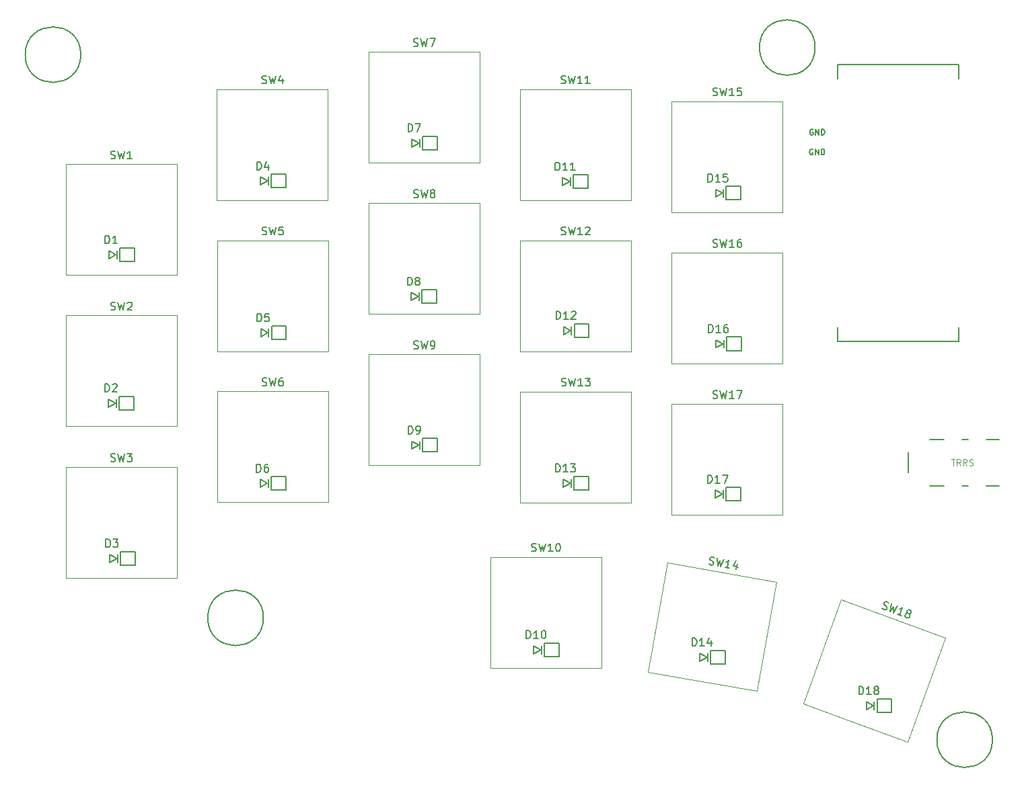
<source format=gbr>
%TF.GenerationSoftware,KiCad,Pcbnew,(6.0.8)*%
%TF.CreationDate,2023-01-31T20:26:13+04:00*%
%TF.ProjectId,keyboard-double_side,6b657962-6f61-4726-942d-646f75626c65,rev?*%
%TF.SameCoordinates,Original*%
%TF.FileFunction,Legend,Top*%
%TF.FilePolarity,Positive*%
%FSLAX46Y46*%
G04 Gerber Fmt 4.6, Leading zero omitted, Abs format (unit mm)*
G04 Created by KiCad (PCBNEW (6.0.8)) date 2023-01-31 20:26:13*
%MOMM*%
%LPD*%
G01*
G04 APERTURE LIST*
%ADD10C,0.150000*%
%ADD11C,0.200000*%
%ADD12C,0.100000*%
%ADD13C,0.120000*%
G04 APERTURE END LIST*
D10*
X174175000Y-70925000D02*
X174175000Y-72725000D01*
D11*
X193675000Y-155975000D02*
G75*
G03*
X193675000Y-155975000I-3500000J0D01*
G01*
D10*
X174150000Y-104000000D02*
X174150000Y-105800000D01*
D11*
X101925000Y-140625000D02*
G75*
G03*
X101925000Y-140625000I-3500000J0D01*
G01*
X171350000Y-68775000D02*
G75*
G03*
X171350000Y-68775000I-3500000J0D01*
G01*
D10*
X189450000Y-72725000D02*
X189450000Y-70925000D01*
X189450000Y-70925000D02*
X174175000Y-70925000D01*
X189425000Y-105800000D02*
X189425000Y-104000000D01*
D11*
X78950000Y-69675000D02*
G75*
G03*
X78950000Y-69675000I-3500000J0D01*
G01*
D10*
X174150000Y-105800000D02*
X189425000Y-105800000D01*
X171091666Y-79100000D02*
X171025000Y-79066666D01*
X170925000Y-79066666D01*
X170825000Y-79100000D01*
X170758333Y-79166666D01*
X170725000Y-79233333D01*
X170691666Y-79366666D01*
X170691666Y-79466666D01*
X170725000Y-79600000D01*
X170758333Y-79666666D01*
X170825000Y-79733333D01*
X170925000Y-79766666D01*
X170991666Y-79766666D01*
X171091666Y-79733333D01*
X171125000Y-79700000D01*
X171125000Y-79466666D01*
X170991666Y-79466666D01*
X171425000Y-79766666D02*
X171425000Y-79066666D01*
X171825000Y-79766666D01*
X171825000Y-79066666D01*
X172158333Y-79766666D02*
X172158333Y-79066666D01*
X172325000Y-79066666D01*
X172425000Y-79100000D01*
X172491666Y-79166666D01*
X172525000Y-79233333D01*
X172558333Y-79366666D01*
X172558333Y-79466666D01*
X172525000Y-79600000D01*
X172491666Y-79666666D01*
X172425000Y-79733333D01*
X172325000Y-79766666D01*
X172158333Y-79766666D01*
X171066666Y-81625000D02*
X171000000Y-81591666D01*
X170900000Y-81591666D01*
X170800000Y-81625000D01*
X170733333Y-81691666D01*
X170700000Y-81758333D01*
X170666666Y-81891666D01*
X170666666Y-81991666D01*
X170700000Y-82125000D01*
X170733333Y-82191666D01*
X170800000Y-82258333D01*
X170900000Y-82291666D01*
X170966666Y-82291666D01*
X171066666Y-82258333D01*
X171100000Y-82225000D01*
X171100000Y-81991666D01*
X170966666Y-81991666D01*
X171400000Y-82291666D02*
X171400000Y-81591666D01*
X171800000Y-82291666D01*
X171800000Y-81591666D01*
X172133333Y-82291666D02*
X172133333Y-81591666D01*
X172300000Y-81591666D01*
X172400000Y-81625000D01*
X172466666Y-81691666D01*
X172500000Y-81758333D01*
X172533333Y-81891666D01*
X172533333Y-81991666D01*
X172500000Y-82125000D01*
X172466666Y-82191666D01*
X172400000Y-82258333D01*
X172300000Y-82291666D01*
X172133333Y-82291666D01*
%TO.C,SW6*%
X101766666Y-111354761D02*
X101909523Y-111402380D01*
X102147619Y-111402380D01*
X102242857Y-111354761D01*
X102290476Y-111307142D01*
X102338095Y-111211904D01*
X102338095Y-111116666D01*
X102290476Y-111021428D01*
X102242857Y-110973809D01*
X102147619Y-110926190D01*
X101957142Y-110878571D01*
X101861904Y-110830952D01*
X101814285Y-110783333D01*
X101766666Y-110688095D01*
X101766666Y-110592857D01*
X101814285Y-110497619D01*
X101861904Y-110450000D01*
X101957142Y-110402380D01*
X102195238Y-110402380D01*
X102338095Y-110450000D01*
X102671428Y-110402380D02*
X102909523Y-111402380D01*
X103100000Y-110688095D01*
X103290476Y-111402380D01*
X103528571Y-110402380D01*
X104338095Y-110402380D02*
X104147619Y-110402380D01*
X104052380Y-110450000D01*
X104004761Y-110497619D01*
X103909523Y-110640476D01*
X103861904Y-110830952D01*
X103861904Y-111211904D01*
X103909523Y-111307142D01*
X103957142Y-111354761D01*
X104052380Y-111402380D01*
X104242857Y-111402380D01*
X104338095Y-111354761D01*
X104385714Y-111307142D01*
X104433333Y-111211904D01*
X104433333Y-110973809D01*
X104385714Y-110878571D01*
X104338095Y-110830952D01*
X104242857Y-110783333D01*
X104052380Y-110783333D01*
X103957142Y-110830952D01*
X103909523Y-110878571D01*
X103861904Y-110973809D01*
%TO.C,SW13*%
X139440476Y-111379761D02*
X139583333Y-111427380D01*
X139821428Y-111427380D01*
X139916666Y-111379761D01*
X139964285Y-111332142D01*
X140011904Y-111236904D01*
X140011904Y-111141666D01*
X139964285Y-111046428D01*
X139916666Y-110998809D01*
X139821428Y-110951190D01*
X139630952Y-110903571D01*
X139535714Y-110855952D01*
X139488095Y-110808333D01*
X139440476Y-110713095D01*
X139440476Y-110617857D01*
X139488095Y-110522619D01*
X139535714Y-110475000D01*
X139630952Y-110427380D01*
X139869047Y-110427380D01*
X140011904Y-110475000D01*
X140345238Y-110427380D02*
X140583333Y-111427380D01*
X140773809Y-110713095D01*
X140964285Y-111427380D01*
X141202380Y-110427380D01*
X142107142Y-111427380D02*
X141535714Y-111427380D01*
X141821428Y-111427380D02*
X141821428Y-110427380D01*
X141726190Y-110570238D01*
X141630952Y-110665476D01*
X141535714Y-110713095D01*
X142440476Y-110427380D02*
X143059523Y-110427380D01*
X142726190Y-110808333D01*
X142869047Y-110808333D01*
X142964285Y-110855952D01*
X143011904Y-110903571D01*
X143059523Y-110998809D01*
X143059523Y-111236904D01*
X143011904Y-111332142D01*
X142964285Y-111379761D01*
X142869047Y-111427380D01*
X142583333Y-111427380D01*
X142488095Y-111379761D01*
X142440476Y-111332142D01*
D11*
%TO.C,D1*%
X82011904Y-93477380D02*
X82011904Y-92477380D01*
X82250000Y-92477380D01*
X82392857Y-92525000D01*
X82488095Y-92620238D01*
X82535714Y-92715476D01*
X82583333Y-92905952D01*
X82583333Y-93048809D01*
X82535714Y-93239285D01*
X82488095Y-93334523D01*
X82392857Y-93429761D01*
X82250000Y-93477380D01*
X82011904Y-93477380D01*
X83535714Y-93477380D02*
X82964285Y-93477380D01*
X83250000Y-93477380D02*
X83250000Y-92477380D01*
X83154761Y-92620238D01*
X83059523Y-92715476D01*
X82964285Y-92763095D01*
D10*
%TO.C,SW9*%
X120843901Y-106701202D02*
X120986758Y-106748821D01*
X121224854Y-106748821D01*
X121320092Y-106701202D01*
X121367711Y-106653583D01*
X121415330Y-106558345D01*
X121415330Y-106463107D01*
X121367711Y-106367869D01*
X121320092Y-106320250D01*
X121224854Y-106272631D01*
X121034377Y-106225012D01*
X120939139Y-106177393D01*
X120891520Y-106129774D01*
X120843901Y-106034536D01*
X120843901Y-105939298D01*
X120891520Y-105844060D01*
X120939139Y-105796441D01*
X121034377Y-105748821D01*
X121272473Y-105748821D01*
X121415330Y-105796441D01*
X121748663Y-105748821D02*
X121986758Y-106748821D01*
X122177235Y-106034536D01*
X122367711Y-106748821D01*
X122605806Y-105748821D01*
X123034377Y-106748821D02*
X123224854Y-106748821D01*
X123320092Y-106701202D01*
X123367711Y-106653583D01*
X123462949Y-106510726D01*
X123510568Y-106320250D01*
X123510568Y-105939298D01*
X123462949Y-105844060D01*
X123415330Y-105796441D01*
X123320092Y-105748821D01*
X123129615Y-105748821D01*
X123034377Y-105796441D01*
X122986758Y-105844060D01*
X122939139Y-105939298D01*
X122939139Y-106177393D01*
X122986758Y-106272631D01*
X123034377Y-106320250D01*
X123129615Y-106367869D01*
X123320092Y-106367869D01*
X123415330Y-106320250D01*
X123462949Y-106272631D01*
X123510568Y-106177393D01*
%TO.C,SW11*%
X139390476Y-73279761D02*
X139533333Y-73327380D01*
X139771428Y-73327380D01*
X139866666Y-73279761D01*
X139914285Y-73232142D01*
X139961904Y-73136904D01*
X139961904Y-73041666D01*
X139914285Y-72946428D01*
X139866666Y-72898809D01*
X139771428Y-72851190D01*
X139580952Y-72803571D01*
X139485714Y-72755952D01*
X139438095Y-72708333D01*
X139390476Y-72613095D01*
X139390476Y-72517857D01*
X139438095Y-72422619D01*
X139485714Y-72375000D01*
X139580952Y-72327380D01*
X139819047Y-72327380D01*
X139961904Y-72375000D01*
X140295238Y-72327380D02*
X140533333Y-73327380D01*
X140723809Y-72613095D01*
X140914285Y-73327380D01*
X141152380Y-72327380D01*
X142057142Y-73327380D02*
X141485714Y-73327380D01*
X141771428Y-73327380D02*
X141771428Y-72327380D01*
X141676190Y-72470238D01*
X141580952Y-72565476D01*
X141485714Y-72613095D01*
X143009523Y-73327380D02*
X142438095Y-73327380D01*
X142723809Y-73327380D02*
X142723809Y-72327380D01*
X142628571Y-72470238D01*
X142533333Y-72565476D01*
X142438095Y-72613095D01*
D11*
%TO.C,D11*%
X138660714Y-84252380D02*
X138660714Y-83252380D01*
X138898809Y-83252380D01*
X139041666Y-83300000D01*
X139136904Y-83395238D01*
X139184523Y-83490476D01*
X139232142Y-83680952D01*
X139232142Y-83823809D01*
X139184523Y-84014285D01*
X139136904Y-84109523D01*
X139041666Y-84204761D01*
X138898809Y-84252380D01*
X138660714Y-84252380D01*
X140184523Y-84252380D02*
X139613095Y-84252380D01*
X139898809Y-84252380D02*
X139898809Y-83252380D01*
X139803571Y-83395238D01*
X139708333Y-83490476D01*
X139613095Y-83538095D01*
X141136904Y-84252380D02*
X140565476Y-84252380D01*
X140851190Y-84252380D02*
X140851190Y-83252380D01*
X140755952Y-83395238D01*
X140660714Y-83490476D01*
X140565476Y-83538095D01*
D10*
%TO.C,SW4*%
X101756666Y-73274761D02*
X101899523Y-73322380D01*
X102137619Y-73322380D01*
X102232857Y-73274761D01*
X102280476Y-73227142D01*
X102328095Y-73131904D01*
X102328095Y-73036666D01*
X102280476Y-72941428D01*
X102232857Y-72893809D01*
X102137619Y-72846190D01*
X101947142Y-72798571D01*
X101851904Y-72750952D01*
X101804285Y-72703333D01*
X101756666Y-72608095D01*
X101756666Y-72512857D01*
X101804285Y-72417619D01*
X101851904Y-72370000D01*
X101947142Y-72322380D01*
X102185238Y-72322380D01*
X102328095Y-72370000D01*
X102661428Y-72322380D02*
X102899523Y-73322380D01*
X103090000Y-72608095D01*
X103280476Y-73322380D01*
X103518571Y-72322380D01*
X104328095Y-72655714D02*
X104328095Y-73322380D01*
X104090000Y-72274761D02*
X103851904Y-72989047D01*
X104470952Y-72989047D01*
%TO.C,SW8*%
X120841666Y-87654761D02*
X120984523Y-87702380D01*
X121222619Y-87702380D01*
X121317857Y-87654761D01*
X121365476Y-87607142D01*
X121413095Y-87511904D01*
X121413095Y-87416666D01*
X121365476Y-87321428D01*
X121317857Y-87273809D01*
X121222619Y-87226190D01*
X121032142Y-87178571D01*
X120936904Y-87130952D01*
X120889285Y-87083333D01*
X120841666Y-86988095D01*
X120841666Y-86892857D01*
X120889285Y-86797619D01*
X120936904Y-86750000D01*
X121032142Y-86702380D01*
X121270238Y-86702380D01*
X121413095Y-86750000D01*
X121746428Y-86702380D02*
X121984523Y-87702380D01*
X122175000Y-86988095D01*
X122365476Y-87702380D01*
X122603571Y-86702380D01*
X123127380Y-87130952D02*
X123032142Y-87083333D01*
X122984523Y-87035714D01*
X122936904Y-86940476D01*
X122936904Y-86892857D01*
X122984523Y-86797619D01*
X123032142Y-86750000D01*
X123127380Y-86702380D01*
X123317857Y-86702380D01*
X123413095Y-86750000D01*
X123460714Y-86797619D01*
X123508333Y-86892857D01*
X123508333Y-86940476D01*
X123460714Y-87035714D01*
X123413095Y-87083333D01*
X123317857Y-87130952D01*
X123127380Y-87130952D01*
X123032142Y-87178571D01*
X122984523Y-87226190D01*
X122936904Y-87321428D01*
X122936904Y-87511904D01*
X122984523Y-87607142D01*
X123032142Y-87654761D01*
X123127380Y-87702380D01*
X123317857Y-87702380D01*
X123413095Y-87654761D01*
X123460714Y-87607142D01*
X123508333Y-87511904D01*
X123508333Y-87321428D01*
X123460714Y-87226190D01*
X123413095Y-87178571D01*
X123317857Y-87130952D01*
%TO.C,SW14*%
X157979230Y-133857449D02*
X158111648Y-133929151D01*
X158346126Y-133970496D01*
X158448186Y-133940138D01*
X158503351Y-133901512D01*
X158566784Y-133815989D01*
X158583322Y-133722198D01*
X158552965Y-133620138D01*
X158514338Y-133564973D01*
X158428816Y-133501540D01*
X158249502Y-133421568D01*
X158163980Y-133358135D01*
X158125353Y-133302970D01*
X158094996Y-133200910D01*
X158111534Y-133107119D01*
X158174967Y-133021597D01*
X158230132Y-132982970D01*
X158332192Y-132952612D01*
X158566670Y-132993957D01*
X158699088Y-133065660D01*
X159035626Y-133076647D02*
X159096456Y-134102799D01*
X159408073Y-133432441D01*
X159471621Y-134168951D01*
X159879747Y-133225488D01*
X160597115Y-134367406D02*
X160034368Y-134268179D01*
X160315742Y-134317792D02*
X160489390Y-133332985D01*
X160370792Y-133457133D01*
X160260463Y-133534387D01*
X160158402Y-133564744D01*
X161557002Y-133859709D02*
X161441236Y-134516247D01*
X161388675Y-133443199D02*
X161030163Y-134105289D01*
X161639806Y-134212785D01*
%TO.C,SW10*%
X135690476Y-132204761D02*
X135833333Y-132252380D01*
X136071428Y-132252380D01*
X136166666Y-132204761D01*
X136214285Y-132157142D01*
X136261904Y-132061904D01*
X136261904Y-131966666D01*
X136214285Y-131871428D01*
X136166666Y-131823809D01*
X136071428Y-131776190D01*
X135880952Y-131728571D01*
X135785714Y-131680952D01*
X135738095Y-131633333D01*
X135690476Y-131538095D01*
X135690476Y-131442857D01*
X135738095Y-131347619D01*
X135785714Y-131300000D01*
X135880952Y-131252380D01*
X136119047Y-131252380D01*
X136261904Y-131300000D01*
X136595238Y-131252380D02*
X136833333Y-132252380D01*
X137023809Y-131538095D01*
X137214285Y-132252380D01*
X137452380Y-131252380D01*
X138357142Y-132252380D02*
X137785714Y-132252380D01*
X138071428Y-132252380D02*
X138071428Y-131252380D01*
X137976190Y-131395238D01*
X137880952Y-131490476D01*
X137785714Y-131538095D01*
X138976190Y-131252380D02*
X139071428Y-131252380D01*
X139166666Y-131300000D01*
X139214285Y-131347619D01*
X139261904Y-131442857D01*
X139309523Y-131633333D01*
X139309523Y-131871428D01*
X139261904Y-132061904D01*
X139214285Y-132157142D01*
X139166666Y-132204761D01*
X139071428Y-132252380D01*
X138976190Y-132252380D01*
X138880952Y-132204761D01*
X138833333Y-132157142D01*
X138785714Y-132061904D01*
X138738095Y-131871428D01*
X138738095Y-131633333D01*
X138785714Y-131442857D01*
X138833333Y-131347619D01*
X138880952Y-131300000D01*
X138976190Y-131252380D01*
D11*
%TO.C,D10*%
X135010714Y-143227380D02*
X135010714Y-142227380D01*
X135248809Y-142227380D01*
X135391666Y-142275000D01*
X135486904Y-142370238D01*
X135534523Y-142465476D01*
X135582142Y-142655952D01*
X135582142Y-142798809D01*
X135534523Y-142989285D01*
X135486904Y-143084523D01*
X135391666Y-143179761D01*
X135248809Y-143227380D01*
X135010714Y-143227380D01*
X136534523Y-143227380D02*
X135963095Y-143227380D01*
X136248809Y-143227380D02*
X136248809Y-142227380D01*
X136153571Y-142370238D01*
X136058333Y-142465476D01*
X135963095Y-142513095D01*
X137153571Y-142227380D02*
X137248809Y-142227380D01*
X137344047Y-142275000D01*
X137391666Y-142322619D01*
X137439285Y-142417857D01*
X137486904Y-142608333D01*
X137486904Y-142846428D01*
X137439285Y-143036904D01*
X137391666Y-143132142D01*
X137344047Y-143179761D01*
X137248809Y-143227380D01*
X137153571Y-143227380D01*
X137058333Y-143179761D01*
X137010714Y-143132142D01*
X136963095Y-143036904D01*
X136915476Y-142846428D01*
X136915476Y-142608333D01*
X136963095Y-142417857D01*
X137010714Y-142322619D01*
X137058333Y-142275000D01*
X137153571Y-142227380D01*
%TO.C,D2*%
X81986904Y-112152380D02*
X81986904Y-111152380D01*
X82225000Y-111152380D01*
X82367857Y-111200000D01*
X82463095Y-111295238D01*
X82510714Y-111390476D01*
X82558333Y-111580952D01*
X82558333Y-111723809D01*
X82510714Y-111914285D01*
X82463095Y-112009523D01*
X82367857Y-112104761D01*
X82225000Y-112152380D01*
X81986904Y-112152380D01*
X82939285Y-111247619D02*
X82986904Y-111200000D01*
X83082142Y-111152380D01*
X83320238Y-111152380D01*
X83415476Y-111200000D01*
X83463095Y-111247619D01*
X83510714Y-111342857D01*
X83510714Y-111438095D01*
X83463095Y-111580952D01*
X82891666Y-112152380D01*
X83510714Y-112152380D01*
D10*
%TO.C,SW2*%
X82716666Y-101804761D02*
X82859523Y-101852380D01*
X83097619Y-101852380D01*
X83192857Y-101804761D01*
X83240476Y-101757142D01*
X83288095Y-101661904D01*
X83288095Y-101566666D01*
X83240476Y-101471428D01*
X83192857Y-101423809D01*
X83097619Y-101376190D01*
X82907142Y-101328571D01*
X82811904Y-101280952D01*
X82764285Y-101233333D01*
X82716666Y-101138095D01*
X82716666Y-101042857D01*
X82764285Y-100947619D01*
X82811904Y-100900000D01*
X82907142Y-100852380D01*
X83145238Y-100852380D01*
X83288095Y-100900000D01*
X83621428Y-100852380D02*
X83859523Y-101852380D01*
X84050000Y-101138095D01*
X84240476Y-101852380D01*
X84478571Y-100852380D01*
X84811904Y-100947619D02*
X84859523Y-100900000D01*
X84954761Y-100852380D01*
X85192857Y-100852380D01*
X85288095Y-100900000D01*
X85335714Y-100947619D01*
X85383333Y-101042857D01*
X85383333Y-101138095D01*
X85335714Y-101280952D01*
X84764285Y-101852380D01*
X85383333Y-101852380D01*
D11*
%TO.C,D4*%
X101111904Y-84177380D02*
X101111904Y-83177380D01*
X101350000Y-83177380D01*
X101492857Y-83225000D01*
X101588095Y-83320238D01*
X101635714Y-83415476D01*
X101683333Y-83605952D01*
X101683333Y-83748809D01*
X101635714Y-83939285D01*
X101588095Y-84034523D01*
X101492857Y-84129761D01*
X101350000Y-84177380D01*
X101111904Y-84177380D01*
X102540476Y-83510714D02*
X102540476Y-84177380D01*
X102302380Y-83129761D02*
X102064285Y-83844047D01*
X102683333Y-83844047D01*
D10*
%TO.C,*%
%TO.C,SW1*%
X82716666Y-82754761D02*
X82859523Y-82802380D01*
X83097619Y-82802380D01*
X83192857Y-82754761D01*
X83240476Y-82707142D01*
X83288095Y-82611904D01*
X83288095Y-82516666D01*
X83240476Y-82421428D01*
X83192857Y-82373809D01*
X83097619Y-82326190D01*
X82907142Y-82278571D01*
X82811904Y-82230952D01*
X82764285Y-82183333D01*
X82716666Y-82088095D01*
X82716666Y-81992857D01*
X82764285Y-81897619D01*
X82811904Y-81850000D01*
X82907142Y-81802380D01*
X83145238Y-81802380D01*
X83288095Y-81850000D01*
X83621428Y-81802380D02*
X83859523Y-82802380D01*
X84050000Y-82088095D01*
X84240476Y-82802380D01*
X84478571Y-81802380D01*
X85383333Y-82802380D02*
X84811904Y-82802380D01*
X85097619Y-82802380D02*
X85097619Y-81802380D01*
X85002380Y-81945238D01*
X84907142Y-82040476D01*
X84811904Y-82088095D01*
D11*
%TO.C,D3*%
X82111904Y-131727380D02*
X82111904Y-130727380D01*
X82350000Y-130727380D01*
X82492857Y-130775000D01*
X82588095Y-130870238D01*
X82635714Y-130965476D01*
X82683333Y-131155952D01*
X82683333Y-131298809D01*
X82635714Y-131489285D01*
X82588095Y-131584523D01*
X82492857Y-131679761D01*
X82350000Y-131727380D01*
X82111904Y-131727380D01*
X83016666Y-130727380D02*
X83635714Y-130727380D01*
X83302380Y-131108333D01*
X83445238Y-131108333D01*
X83540476Y-131155952D01*
X83588095Y-131203571D01*
X83635714Y-131298809D01*
X83635714Y-131536904D01*
X83588095Y-131632142D01*
X83540476Y-131679761D01*
X83445238Y-131727380D01*
X83159523Y-131727380D01*
X83064285Y-131679761D01*
X83016666Y-131632142D01*
D10*
%TO.C,*%
D11*
%TO.C,D15*%
X157885714Y-85702380D02*
X157885714Y-84702380D01*
X158123809Y-84702380D01*
X158266666Y-84750000D01*
X158361904Y-84845238D01*
X158409523Y-84940476D01*
X158457142Y-85130952D01*
X158457142Y-85273809D01*
X158409523Y-85464285D01*
X158361904Y-85559523D01*
X158266666Y-85654761D01*
X158123809Y-85702380D01*
X157885714Y-85702380D01*
X159409523Y-85702380D02*
X158838095Y-85702380D01*
X159123809Y-85702380D02*
X159123809Y-84702380D01*
X159028571Y-84845238D01*
X158933333Y-84940476D01*
X158838095Y-84988095D01*
X160314285Y-84702380D02*
X159838095Y-84702380D01*
X159790476Y-85178571D01*
X159838095Y-85130952D01*
X159933333Y-85083333D01*
X160171428Y-85083333D01*
X160266666Y-85130952D01*
X160314285Y-85178571D01*
X160361904Y-85273809D01*
X160361904Y-85511904D01*
X160314285Y-85607142D01*
X160266666Y-85654761D01*
X160171428Y-85702380D01*
X159933333Y-85702380D01*
X159838095Y-85654761D01*
X159790476Y-85607142D01*
D12*
%TO.C,J1*%
X188485476Y-120636904D02*
X188942619Y-120636904D01*
X188714047Y-121436904D02*
X188714047Y-120636904D01*
X189666428Y-121436904D02*
X189399761Y-121055952D01*
X189209285Y-121436904D02*
X189209285Y-120636904D01*
X189514047Y-120636904D01*
X189590238Y-120675000D01*
X189628333Y-120713095D01*
X189666428Y-120789285D01*
X189666428Y-120903571D01*
X189628333Y-120979761D01*
X189590238Y-121017857D01*
X189514047Y-121055952D01*
X189209285Y-121055952D01*
X190466428Y-121436904D02*
X190199761Y-121055952D01*
X190009285Y-121436904D02*
X190009285Y-120636904D01*
X190314047Y-120636904D01*
X190390238Y-120675000D01*
X190428333Y-120713095D01*
X190466428Y-120789285D01*
X190466428Y-120903571D01*
X190428333Y-120979761D01*
X190390238Y-121017857D01*
X190314047Y-121055952D01*
X190009285Y-121055952D01*
X190771190Y-121398809D02*
X190885476Y-121436904D01*
X191075952Y-121436904D01*
X191152142Y-121398809D01*
X191190238Y-121360714D01*
X191228333Y-121284523D01*
X191228333Y-121208333D01*
X191190238Y-121132142D01*
X191152142Y-121094047D01*
X191075952Y-121055952D01*
X190923571Y-121017857D01*
X190847380Y-120979761D01*
X190809285Y-120941666D01*
X190771190Y-120865476D01*
X190771190Y-120789285D01*
X190809285Y-120713095D01*
X190847380Y-120675000D01*
X190923571Y-120636904D01*
X191114047Y-120636904D01*
X191228333Y-120675000D01*
D10*
%TO.C,*%
D11*
%TO.C,D8*%
X120086904Y-98727380D02*
X120086904Y-97727380D01*
X120325000Y-97727380D01*
X120467857Y-97775000D01*
X120563095Y-97870238D01*
X120610714Y-97965476D01*
X120658333Y-98155952D01*
X120658333Y-98298809D01*
X120610714Y-98489285D01*
X120563095Y-98584523D01*
X120467857Y-98679761D01*
X120325000Y-98727380D01*
X120086904Y-98727380D01*
X121229761Y-98155952D02*
X121134523Y-98108333D01*
X121086904Y-98060714D01*
X121039285Y-97965476D01*
X121039285Y-97917857D01*
X121086904Y-97822619D01*
X121134523Y-97775000D01*
X121229761Y-97727380D01*
X121420238Y-97727380D01*
X121515476Y-97775000D01*
X121563095Y-97822619D01*
X121610714Y-97917857D01*
X121610714Y-97965476D01*
X121563095Y-98060714D01*
X121515476Y-98108333D01*
X121420238Y-98155952D01*
X121229761Y-98155952D01*
X121134523Y-98203571D01*
X121086904Y-98251190D01*
X121039285Y-98346428D01*
X121039285Y-98536904D01*
X121086904Y-98632142D01*
X121134523Y-98679761D01*
X121229761Y-98727380D01*
X121420238Y-98727380D01*
X121515476Y-98679761D01*
X121563095Y-98632142D01*
X121610714Y-98536904D01*
X121610714Y-98346428D01*
X121563095Y-98251190D01*
X121515476Y-98203571D01*
X121420238Y-98155952D01*
D10*
%TO.C,SW18*%
X179763573Y-139410006D02*
X179881528Y-139503613D01*
X180105264Y-139585046D01*
X180211045Y-139572872D01*
X180272079Y-139544412D01*
X180349400Y-139471204D01*
X180381973Y-139381709D01*
X180369799Y-139275928D01*
X180341339Y-139214894D01*
X180268131Y-139137574D01*
X180105428Y-139027680D01*
X180032221Y-138950359D01*
X180003760Y-138889325D01*
X179991586Y-138783544D01*
X180024159Y-138694049D01*
X180101480Y-138620842D01*
X180162514Y-138592381D01*
X180268295Y-138580207D01*
X180492031Y-138661640D01*
X180609987Y-138755248D01*
X180939504Y-138824507D02*
X180821220Y-139845633D01*
X181244510Y-139239571D01*
X181179198Y-139975927D01*
X181744955Y-139117667D01*
X182253133Y-140366807D02*
X181716166Y-140171367D01*
X181984649Y-140269087D02*
X182326669Y-139329394D01*
X182188315Y-139431062D01*
X182066247Y-139487984D01*
X181960466Y-139500158D01*
X182985540Y-140025280D02*
X182912332Y-139947959D01*
X182883872Y-139886925D01*
X182871698Y-139781144D01*
X182887985Y-139736397D01*
X182965305Y-139663189D01*
X183026339Y-139634728D01*
X183132120Y-139622554D01*
X183311109Y-139687701D01*
X183384317Y-139765021D01*
X183412778Y-139826055D01*
X183424952Y-139931837D01*
X183408665Y-139976584D01*
X183331344Y-140049792D01*
X183270310Y-140078252D01*
X183164529Y-140090426D01*
X182985540Y-140025280D01*
X182879759Y-140037453D01*
X182818725Y-140065914D01*
X182741404Y-140139122D01*
X182676258Y-140318111D01*
X182688432Y-140423892D01*
X182716892Y-140484926D01*
X182790100Y-140562247D01*
X182969089Y-140627393D01*
X183074870Y-140615220D01*
X183135904Y-140586759D01*
X183213225Y-140513551D01*
X183278372Y-140334562D01*
X183266198Y-140228781D01*
X183237737Y-140167747D01*
X183164529Y-140090426D01*
D11*
%TO.C,D6*%
X101061904Y-122277380D02*
X101061904Y-121277380D01*
X101300000Y-121277380D01*
X101442857Y-121325000D01*
X101538095Y-121420238D01*
X101585714Y-121515476D01*
X101633333Y-121705952D01*
X101633333Y-121848809D01*
X101585714Y-122039285D01*
X101538095Y-122134523D01*
X101442857Y-122229761D01*
X101300000Y-122277380D01*
X101061904Y-122277380D01*
X102490476Y-121277380D02*
X102300000Y-121277380D01*
X102204761Y-121325000D01*
X102157142Y-121372619D01*
X102061904Y-121515476D01*
X102014285Y-121705952D01*
X102014285Y-122086904D01*
X102061904Y-122182142D01*
X102109523Y-122229761D01*
X102204761Y-122277380D01*
X102395238Y-122277380D01*
X102490476Y-122229761D01*
X102538095Y-122182142D01*
X102585714Y-122086904D01*
X102585714Y-121848809D01*
X102538095Y-121753571D01*
X102490476Y-121705952D01*
X102395238Y-121658333D01*
X102204761Y-121658333D01*
X102109523Y-121705952D01*
X102061904Y-121753571D01*
X102014285Y-121848809D01*
D10*
%TO.C,SW15*%
X158490476Y-74799761D02*
X158633333Y-74847380D01*
X158871428Y-74847380D01*
X158966666Y-74799761D01*
X159014285Y-74752142D01*
X159061904Y-74656904D01*
X159061904Y-74561666D01*
X159014285Y-74466428D01*
X158966666Y-74418809D01*
X158871428Y-74371190D01*
X158680952Y-74323571D01*
X158585714Y-74275952D01*
X158538095Y-74228333D01*
X158490476Y-74133095D01*
X158490476Y-74037857D01*
X158538095Y-73942619D01*
X158585714Y-73895000D01*
X158680952Y-73847380D01*
X158919047Y-73847380D01*
X159061904Y-73895000D01*
X159395238Y-73847380D02*
X159633333Y-74847380D01*
X159823809Y-74133095D01*
X160014285Y-74847380D01*
X160252380Y-73847380D01*
X161157142Y-74847380D02*
X160585714Y-74847380D01*
X160871428Y-74847380D02*
X160871428Y-73847380D01*
X160776190Y-73990238D01*
X160680952Y-74085476D01*
X160585714Y-74133095D01*
X162061904Y-73847380D02*
X161585714Y-73847380D01*
X161538095Y-74323571D01*
X161585714Y-74275952D01*
X161680952Y-74228333D01*
X161919047Y-74228333D01*
X162014285Y-74275952D01*
X162061904Y-74323571D01*
X162109523Y-74418809D01*
X162109523Y-74656904D01*
X162061904Y-74752142D01*
X162014285Y-74799761D01*
X161919047Y-74847380D01*
X161680952Y-74847380D01*
X161585714Y-74799761D01*
X161538095Y-74752142D01*
%TO.C,SW17*%
X158490476Y-112929761D02*
X158633333Y-112977380D01*
X158871428Y-112977380D01*
X158966666Y-112929761D01*
X159014285Y-112882142D01*
X159061904Y-112786904D01*
X159061904Y-112691666D01*
X159014285Y-112596428D01*
X158966666Y-112548809D01*
X158871428Y-112501190D01*
X158680952Y-112453571D01*
X158585714Y-112405952D01*
X158538095Y-112358333D01*
X158490476Y-112263095D01*
X158490476Y-112167857D01*
X158538095Y-112072619D01*
X158585714Y-112025000D01*
X158680952Y-111977380D01*
X158919047Y-111977380D01*
X159061904Y-112025000D01*
X159395238Y-111977380D02*
X159633333Y-112977380D01*
X159823809Y-112263095D01*
X160014285Y-112977380D01*
X160252380Y-111977380D01*
X161157142Y-112977380D02*
X160585714Y-112977380D01*
X160871428Y-112977380D02*
X160871428Y-111977380D01*
X160776190Y-112120238D01*
X160680952Y-112215476D01*
X160585714Y-112263095D01*
X161490476Y-111977380D02*
X162157142Y-111977380D01*
X161728571Y-112977380D01*
D11*
%TO.C,D7*%
X120136904Y-79377380D02*
X120136904Y-78377380D01*
X120375000Y-78377380D01*
X120517857Y-78425000D01*
X120613095Y-78520238D01*
X120660714Y-78615476D01*
X120708333Y-78805952D01*
X120708333Y-78948809D01*
X120660714Y-79139285D01*
X120613095Y-79234523D01*
X120517857Y-79329761D01*
X120375000Y-79377380D01*
X120136904Y-79377380D01*
X121041666Y-78377380D02*
X121708333Y-78377380D01*
X121279761Y-79377380D01*
%TO.C,D16*%
X157935714Y-104677380D02*
X157935714Y-103677380D01*
X158173809Y-103677380D01*
X158316666Y-103725000D01*
X158411904Y-103820238D01*
X158459523Y-103915476D01*
X158507142Y-104105952D01*
X158507142Y-104248809D01*
X158459523Y-104439285D01*
X158411904Y-104534523D01*
X158316666Y-104629761D01*
X158173809Y-104677380D01*
X157935714Y-104677380D01*
X159459523Y-104677380D02*
X158888095Y-104677380D01*
X159173809Y-104677380D02*
X159173809Y-103677380D01*
X159078571Y-103820238D01*
X158983333Y-103915476D01*
X158888095Y-103963095D01*
X160316666Y-103677380D02*
X160126190Y-103677380D01*
X160030952Y-103725000D01*
X159983333Y-103772619D01*
X159888095Y-103915476D01*
X159840476Y-104105952D01*
X159840476Y-104486904D01*
X159888095Y-104582142D01*
X159935714Y-104629761D01*
X160030952Y-104677380D01*
X160221428Y-104677380D01*
X160316666Y-104629761D01*
X160364285Y-104582142D01*
X160411904Y-104486904D01*
X160411904Y-104248809D01*
X160364285Y-104153571D01*
X160316666Y-104105952D01*
X160221428Y-104058333D01*
X160030952Y-104058333D01*
X159935714Y-104105952D01*
X159888095Y-104153571D01*
X159840476Y-104248809D01*
%TO.C,D5*%
X101136904Y-103302380D02*
X101136904Y-102302380D01*
X101375000Y-102302380D01*
X101517857Y-102350000D01*
X101613095Y-102445238D01*
X101660714Y-102540476D01*
X101708333Y-102730952D01*
X101708333Y-102873809D01*
X101660714Y-103064285D01*
X101613095Y-103159523D01*
X101517857Y-103254761D01*
X101375000Y-103302380D01*
X101136904Y-103302380D01*
X102613095Y-102302380D02*
X102136904Y-102302380D01*
X102089285Y-102778571D01*
X102136904Y-102730952D01*
X102232142Y-102683333D01*
X102470238Y-102683333D01*
X102565476Y-102730952D01*
X102613095Y-102778571D01*
X102660714Y-102873809D01*
X102660714Y-103111904D01*
X102613095Y-103207142D01*
X102565476Y-103254761D01*
X102470238Y-103302380D01*
X102232142Y-103302380D01*
X102136904Y-103254761D01*
X102089285Y-103207142D01*
D10*
%TO.C,SW3*%
X82716666Y-120879761D02*
X82859523Y-120927380D01*
X83097619Y-120927380D01*
X83192857Y-120879761D01*
X83240476Y-120832142D01*
X83288095Y-120736904D01*
X83288095Y-120641666D01*
X83240476Y-120546428D01*
X83192857Y-120498809D01*
X83097619Y-120451190D01*
X82907142Y-120403571D01*
X82811904Y-120355952D01*
X82764285Y-120308333D01*
X82716666Y-120213095D01*
X82716666Y-120117857D01*
X82764285Y-120022619D01*
X82811904Y-119975000D01*
X82907142Y-119927380D01*
X83145238Y-119927380D01*
X83288095Y-119975000D01*
X83621428Y-119927380D02*
X83859523Y-120927380D01*
X84050000Y-120213095D01*
X84240476Y-120927380D01*
X84478571Y-119927380D01*
X84764285Y-119927380D02*
X85383333Y-119927380D01*
X85050000Y-120308333D01*
X85192857Y-120308333D01*
X85288095Y-120355952D01*
X85335714Y-120403571D01*
X85383333Y-120498809D01*
X85383333Y-120736904D01*
X85335714Y-120832142D01*
X85288095Y-120879761D01*
X85192857Y-120927380D01*
X84907142Y-120927380D01*
X84811904Y-120879761D01*
X84764285Y-120832142D01*
%TO.C,SW5*%
X101766666Y-92329761D02*
X101909523Y-92377380D01*
X102147619Y-92377380D01*
X102242857Y-92329761D01*
X102290476Y-92282142D01*
X102338095Y-92186904D01*
X102338095Y-92091666D01*
X102290476Y-91996428D01*
X102242857Y-91948809D01*
X102147619Y-91901190D01*
X101957142Y-91853571D01*
X101861904Y-91805952D01*
X101814285Y-91758333D01*
X101766666Y-91663095D01*
X101766666Y-91567857D01*
X101814285Y-91472619D01*
X101861904Y-91425000D01*
X101957142Y-91377380D01*
X102195238Y-91377380D01*
X102338095Y-91425000D01*
X102671428Y-91377380D02*
X102909523Y-92377380D01*
X103100000Y-91663095D01*
X103290476Y-92377380D01*
X103528571Y-91377380D01*
X104385714Y-91377380D02*
X103909523Y-91377380D01*
X103861904Y-91853571D01*
X103909523Y-91805952D01*
X104004761Y-91758333D01*
X104242857Y-91758333D01*
X104338095Y-91805952D01*
X104385714Y-91853571D01*
X104433333Y-91948809D01*
X104433333Y-92186904D01*
X104385714Y-92282142D01*
X104338095Y-92329761D01*
X104242857Y-92377380D01*
X104004761Y-92377380D01*
X103909523Y-92329761D01*
X103861904Y-92282142D01*
%TO.C,SW12*%
X139415476Y-92329761D02*
X139558333Y-92377380D01*
X139796428Y-92377380D01*
X139891666Y-92329761D01*
X139939285Y-92282142D01*
X139986904Y-92186904D01*
X139986904Y-92091666D01*
X139939285Y-91996428D01*
X139891666Y-91948809D01*
X139796428Y-91901190D01*
X139605952Y-91853571D01*
X139510714Y-91805952D01*
X139463095Y-91758333D01*
X139415476Y-91663095D01*
X139415476Y-91567857D01*
X139463095Y-91472619D01*
X139510714Y-91425000D01*
X139605952Y-91377380D01*
X139844047Y-91377380D01*
X139986904Y-91425000D01*
X140320238Y-91377380D02*
X140558333Y-92377380D01*
X140748809Y-91663095D01*
X140939285Y-92377380D01*
X141177380Y-91377380D01*
X142082142Y-92377380D02*
X141510714Y-92377380D01*
X141796428Y-92377380D02*
X141796428Y-91377380D01*
X141701190Y-91520238D01*
X141605952Y-91615476D01*
X141510714Y-91663095D01*
X142463095Y-91472619D02*
X142510714Y-91425000D01*
X142605952Y-91377380D01*
X142844047Y-91377380D01*
X142939285Y-91425000D01*
X142986904Y-91472619D01*
X143034523Y-91567857D01*
X143034523Y-91663095D01*
X142986904Y-91805952D01*
X142415476Y-92377380D01*
X143034523Y-92377380D01*
%TO.C,SW7*%
X120816666Y-68604761D02*
X120959523Y-68652380D01*
X121197619Y-68652380D01*
X121292857Y-68604761D01*
X121340476Y-68557142D01*
X121388095Y-68461904D01*
X121388095Y-68366666D01*
X121340476Y-68271428D01*
X121292857Y-68223809D01*
X121197619Y-68176190D01*
X121007142Y-68128571D01*
X120911904Y-68080952D01*
X120864285Y-68033333D01*
X120816666Y-67938095D01*
X120816666Y-67842857D01*
X120864285Y-67747619D01*
X120911904Y-67700000D01*
X121007142Y-67652380D01*
X121245238Y-67652380D01*
X121388095Y-67700000D01*
X121721428Y-67652380D02*
X121959523Y-68652380D01*
X122150000Y-67938095D01*
X122340476Y-68652380D01*
X122578571Y-67652380D01*
X122864285Y-67652380D02*
X123530952Y-67652380D01*
X123102380Y-68652380D01*
%TO.C,SW16*%
X158490476Y-93879761D02*
X158633333Y-93927380D01*
X158871428Y-93927380D01*
X158966666Y-93879761D01*
X159014285Y-93832142D01*
X159061904Y-93736904D01*
X159061904Y-93641666D01*
X159014285Y-93546428D01*
X158966666Y-93498809D01*
X158871428Y-93451190D01*
X158680952Y-93403571D01*
X158585714Y-93355952D01*
X158538095Y-93308333D01*
X158490476Y-93213095D01*
X158490476Y-93117857D01*
X158538095Y-93022619D01*
X158585714Y-92975000D01*
X158680952Y-92927380D01*
X158919047Y-92927380D01*
X159061904Y-92975000D01*
X159395238Y-92927380D02*
X159633333Y-93927380D01*
X159823809Y-93213095D01*
X160014285Y-93927380D01*
X160252380Y-92927380D01*
X161157142Y-93927380D02*
X160585714Y-93927380D01*
X160871428Y-93927380D02*
X160871428Y-92927380D01*
X160776190Y-93070238D01*
X160680952Y-93165476D01*
X160585714Y-93213095D01*
X162014285Y-92927380D02*
X161823809Y-92927380D01*
X161728571Y-92975000D01*
X161680952Y-93022619D01*
X161585714Y-93165476D01*
X161538095Y-93355952D01*
X161538095Y-93736904D01*
X161585714Y-93832142D01*
X161633333Y-93879761D01*
X161728571Y-93927380D01*
X161919047Y-93927380D01*
X162014285Y-93879761D01*
X162061904Y-93832142D01*
X162109523Y-93736904D01*
X162109523Y-93498809D01*
X162061904Y-93403571D01*
X162014285Y-93355952D01*
X161919047Y-93308333D01*
X161728571Y-93308333D01*
X161633333Y-93355952D01*
X161585714Y-93403571D01*
X161538095Y-93498809D01*
D11*
%TO.C,D13*%
X138710714Y-122252380D02*
X138710714Y-121252380D01*
X138948809Y-121252380D01*
X139091666Y-121300000D01*
X139186904Y-121395238D01*
X139234523Y-121490476D01*
X139282142Y-121680952D01*
X139282142Y-121823809D01*
X139234523Y-122014285D01*
X139186904Y-122109523D01*
X139091666Y-122204761D01*
X138948809Y-122252380D01*
X138710714Y-122252380D01*
X140234523Y-122252380D02*
X139663095Y-122252380D01*
X139948809Y-122252380D02*
X139948809Y-121252380D01*
X139853571Y-121395238D01*
X139758333Y-121490476D01*
X139663095Y-121538095D01*
X140567857Y-121252380D02*
X141186904Y-121252380D01*
X140853571Y-121633333D01*
X140996428Y-121633333D01*
X141091666Y-121680952D01*
X141139285Y-121728571D01*
X141186904Y-121823809D01*
X141186904Y-122061904D01*
X141139285Y-122157142D01*
X141091666Y-122204761D01*
X140996428Y-122252380D01*
X140710714Y-122252380D01*
X140615476Y-122204761D01*
X140567857Y-122157142D01*
%TO.C,D14*%
X155885714Y-144177380D02*
X155885714Y-143177380D01*
X156123809Y-143177380D01*
X156266666Y-143225000D01*
X156361904Y-143320238D01*
X156409523Y-143415476D01*
X156457142Y-143605952D01*
X156457142Y-143748809D01*
X156409523Y-143939285D01*
X156361904Y-144034523D01*
X156266666Y-144129761D01*
X156123809Y-144177380D01*
X155885714Y-144177380D01*
X157409523Y-144177380D02*
X156838095Y-144177380D01*
X157123809Y-144177380D02*
X157123809Y-143177380D01*
X157028571Y-143320238D01*
X156933333Y-143415476D01*
X156838095Y-143463095D01*
X158266666Y-143510714D02*
X158266666Y-144177380D01*
X158028571Y-143129761D02*
X157790476Y-143844047D01*
X158409523Y-143844047D01*
D10*
%TO.C,*%
D11*
%TO.C,D9*%
X120161904Y-117452380D02*
X120161904Y-116452380D01*
X120400000Y-116452380D01*
X120542857Y-116500000D01*
X120638095Y-116595238D01*
X120685714Y-116690476D01*
X120733333Y-116880952D01*
X120733333Y-117023809D01*
X120685714Y-117214285D01*
X120638095Y-117309523D01*
X120542857Y-117404761D01*
X120400000Y-117452380D01*
X120161904Y-117452380D01*
X121209523Y-117452380D02*
X121400000Y-117452380D01*
X121495238Y-117404761D01*
X121542857Y-117357142D01*
X121638095Y-117214285D01*
X121685714Y-117023809D01*
X121685714Y-116642857D01*
X121638095Y-116547619D01*
X121590476Y-116500000D01*
X121495238Y-116452380D01*
X121304761Y-116452380D01*
X121209523Y-116500000D01*
X121161904Y-116547619D01*
X121114285Y-116642857D01*
X121114285Y-116880952D01*
X121161904Y-116976190D01*
X121209523Y-117023809D01*
X121304761Y-117071428D01*
X121495238Y-117071428D01*
X121590476Y-117023809D01*
X121638095Y-116976190D01*
X121685714Y-116880952D01*
%TO.C,D17*%
X157835714Y-123627380D02*
X157835714Y-122627380D01*
X158073809Y-122627380D01*
X158216666Y-122675000D01*
X158311904Y-122770238D01*
X158359523Y-122865476D01*
X158407142Y-123055952D01*
X158407142Y-123198809D01*
X158359523Y-123389285D01*
X158311904Y-123484523D01*
X158216666Y-123579761D01*
X158073809Y-123627380D01*
X157835714Y-123627380D01*
X159359523Y-123627380D02*
X158788095Y-123627380D01*
X159073809Y-123627380D02*
X159073809Y-122627380D01*
X158978571Y-122770238D01*
X158883333Y-122865476D01*
X158788095Y-122913095D01*
X159692857Y-122627380D02*
X160359523Y-122627380D01*
X159930952Y-123627380D01*
%TO.C,D18*%
X176860714Y-150277380D02*
X176860714Y-149277380D01*
X177098809Y-149277380D01*
X177241666Y-149325000D01*
X177336904Y-149420238D01*
X177384523Y-149515476D01*
X177432142Y-149705952D01*
X177432142Y-149848809D01*
X177384523Y-150039285D01*
X177336904Y-150134523D01*
X177241666Y-150229761D01*
X177098809Y-150277380D01*
X176860714Y-150277380D01*
X178384523Y-150277380D02*
X177813095Y-150277380D01*
X178098809Y-150277380D02*
X178098809Y-149277380D01*
X178003571Y-149420238D01*
X177908333Y-149515476D01*
X177813095Y-149563095D01*
X178955952Y-149705952D02*
X178860714Y-149658333D01*
X178813095Y-149610714D01*
X178765476Y-149515476D01*
X178765476Y-149467857D01*
X178813095Y-149372619D01*
X178860714Y-149325000D01*
X178955952Y-149277380D01*
X179146428Y-149277380D01*
X179241666Y-149325000D01*
X179289285Y-149372619D01*
X179336904Y-149467857D01*
X179336904Y-149515476D01*
X179289285Y-149610714D01*
X179241666Y-149658333D01*
X179146428Y-149705952D01*
X178955952Y-149705952D01*
X178860714Y-149753571D01*
X178813095Y-149801190D01*
X178765476Y-149896428D01*
X178765476Y-150086904D01*
X178813095Y-150182142D01*
X178860714Y-150229761D01*
X178955952Y-150277380D01*
X179146428Y-150277380D01*
X179241666Y-150229761D01*
X179289285Y-150182142D01*
X179336904Y-150086904D01*
X179336904Y-149896428D01*
X179289285Y-149801190D01*
X179241666Y-149753571D01*
X179146428Y-149705952D01*
%TO.C,D12*%
X138760714Y-103002380D02*
X138760714Y-102002380D01*
X138998809Y-102002380D01*
X139141666Y-102050000D01*
X139236904Y-102145238D01*
X139284523Y-102240476D01*
X139332142Y-102430952D01*
X139332142Y-102573809D01*
X139284523Y-102764285D01*
X139236904Y-102859523D01*
X139141666Y-102954761D01*
X138998809Y-103002380D01*
X138760714Y-103002380D01*
X140284523Y-103002380D02*
X139713095Y-103002380D01*
X139998809Y-103002380D02*
X139998809Y-102002380D01*
X139903571Y-102145238D01*
X139808333Y-102240476D01*
X139713095Y-102288095D01*
X140665476Y-102097619D02*
X140713095Y-102050000D01*
X140808333Y-102002380D01*
X141046428Y-102002380D01*
X141141666Y-102050000D01*
X141189285Y-102097619D01*
X141236904Y-102192857D01*
X141236904Y-102288095D01*
X141189285Y-102430952D01*
X140617857Y-103002380D01*
X141236904Y-103002380D01*
D13*
%TO.C,SW6*%
X110060000Y-112090000D02*
X110060000Y-126060000D01*
X96090000Y-126060000D02*
X96090000Y-112090000D01*
X96090000Y-112090000D02*
X110060000Y-112090000D01*
X110060000Y-126060000D02*
X96090000Y-126060000D01*
%TO.C,SW13*%
X148210000Y-126085000D02*
X134240000Y-126085000D01*
X134240000Y-126085000D02*
X134240000Y-112115000D01*
X148210000Y-112115000D02*
X148210000Y-126085000D01*
X134240000Y-112115000D02*
X148210000Y-112115000D01*
D11*
%TO.C,D1*%
X85676934Y-95750000D02*
X85676934Y-94050000D01*
X82476934Y-95400109D02*
X82476934Y-94400109D01*
X83826934Y-95750000D02*
X85676934Y-95750000D01*
X83826934Y-95750000D02*
X83826934Y-94050000D01*
X82476934Y-94400109D02*
X83376934Y-94900109D01*
X85676934Y-94050000D02*
X83826934Y-94050000D01*
X83476934Y-95400109D02*
X83476934Y-94400109D01*
X83376934Y-94900109D02*
X82476934Y-95400109D01*
D13*
%TO.C,SW9*%
X129137235Y-121406441D02*
X115167235Y-121406441D01*
X115167235Y-121406441D02*
X115167235Y-107436441D01*
X115167235Y-107436441D02*
X129137235Y-107436441D01*
X129137235Y-107436441D02*
X129137235Y-121406441D01*
%TO.C,SW11*%
X148160000Y-87985000D02*
X134190000Y-87985000D01*
X148160000Y-74015000D02*
X148160000Y-87985000D01*
X134190000Y-74015000D02*
X148160000Y-74015000D01*
X134190000Y-87985000D02*
X134190000Y-74015000D01*
D11*
%TO.C,D11*%
X140601934Y-86175109D02*
X140601934Y-85175109D01*
X139601934Y-85175109D02*
X140501934Y-85675109D01*
X142801934Y-86525000D02*
X142801934Y-84825000D01*
X139601934Y-86175109D02*
X139601934Y-85175109D01*
X140951934Y-86525000D02*
X140951934Y-84825000D01*
X142801934Y-84825000D02*
X140951934Y-84825000D01*
X140501934Y-85675109D02*
X139601934Y-86175109D01*
X140951934Y-86525000D02*
X142801934Y-86525000D01*
D13*
%TO.C,SW4*%
X110050000Y-74010000D02*
X110050000Y-87980000D01*
X96080000Y-74010000D02*
X110050000Y-74010000D01*
X110050000Y-87980000D02*
X96080000Y-87980000D01*
X96080000Y-87980000D02*
X96080000Y-74010000D01*
%TO.C,SW8*%
X129135000Y-88390000D02*
X129135000Y-102360000D01*
X115165000Y-102360000D02*
X115165000Y-88390000D01*
X129135000Y-102360000D02*
X115165000Y-102360000D01*
X115165000Y-88390000D02*
X129135000Y-88390000D01*
%TO.C,SW14*%
X152730089Y-133678464D02*
X166487853Y-136104329D01*
X164061988Y-149862094D02*
X150304224Y-147436229D01*
X150304224Y-147436229D02*
X152730089Y-133678464D01*
X166487853Y-136104329D02*
X164061988Y-149862094D01*
%TO.C,SW10*%
X130490000Y-132940000D02*
X144460000Y-132940000D01*
X144460000Y-146910000D02*
X130490000Y-146910000D01*
X130490000Y-146910000D02*
X130490000Y-132940000D01*
X144460000Y-132940000D02*
X144460000Y-146910000D01*
D11*
%TO.C,D10*%
X136951934Y-145150109D02*
X136951934Y-144150109D01*
X137301934Y-145500000D02*
X139151934Y-145500000D01*
X137301934Y-145500000D02*
X137301934Y-143800000D01*
X135951934Y-144150109D02*
X136851934Y-144650109D01*
X139151934Y-145500000D02*
X139151934Y-143800000D01*
X136851934Y-144650109D02*
X135951934Y-145150109D01*
X135951934Y-145150109D02*
X135951934Y-144150109D01*
X139151934Y-143800000D02*
X137301934Y-143800000D01*
%TO.C,D2*%
X82451934Y-114075109D02*
X82451934Y-113075109D01*
X85651934Y-112725000D02*
X83801934Y-112725000D01*
X85651934Y-114425000D02*
X85651934Y-112725000D01*
X83801934Y-114425000D02*
X85651934Y-114425000D01*
X83451934Y-114075109D02*
X83451934Y-113075109D01*
X83351934Y-113575109D02*
X82451934Y-114075109D01*
X82451934Y-113075109D02*
X83351934Y-113575109D01*
X83801934Y-114425000D02*
X83801934Y-112725000D01*
D13*
%TO.C,SW2*%
X91010000Y-102540000D02*
X91010000Y-116510000D01*
X91010000Y-116510000D02*
X77040000Y-116510000D01*
X77040000Y-116510000D02*
X77040000Y-102540000D01*
X77040000Y-102540000D02*
X91010000Y-102540000D01*
D11*
%TO.C,D4*%
X102576934Y-86100109D02*
X102576934Y-85100109D01*
X102926934Y-86450000D02*
X104776934Y-86450000D01*
X101576934Y-85100109D02*
X102476934Y-85600109D01*
X102926934Y-86450000D02*
X102926934Y-84750000D01*
X102476934Y-85600109D02*
X101576934Y-86100109D01*
X101576934Y-86100109D02*
X101576934Y-85100109D01*
X104776934Y-84750000D02*
X102926934Y-84750000D01*
X104776934Y-86450000D02*
X104776934Y-84750000D01*
D13*
%TO.C,SW1*%
X91010000Y-83490000D02*
X91010000Y-97460000D01*
X77040000Y-83490000D02*
X91010000Y-83490000D01*
X91010000Y-97460000D02*
X77040000Y-97460000D01*
X77040000Y-97460000D02*
X77040000Y-83490000D01*
D11*
%TO.C,D3*%
X83926934Y-134000000D02*
X85776934Y-134000000D01*
X83476934Y-133150109D02*
X82576934Y-133650109D01*
X83576934Y-133650109D02*
X83576934Y-132650109D01*
X85776934Y-134000000D02*
X85776934Y-132300000D01*
X85776934Y-132300000D02*
X83926934Y-132300000D01*
X82576934Y-133650109D02*
X82576934Y-132650109D01*
X83926934Y-134000000D02*
X83926934Y-132300000D01*
X82576934Y-132650109D02*
X83476934Y-133150109D01*
%TO.C,D15*%
X160176934Y-87975000D02*
X160176934Y-86275000D01*
X158826934Y-87625109D02*
X158826934Y-86625109D01*
X159826934Y-87625109D02*
X159826934Y-86625109D01*
X162026934Y-86275000D02*
X160176934Y-86275000D01*
X162026934Y-87975000D02*
X162026934Y-86275000D01*
X158826934Y-86625109D02*
X159726934Y-87125109D01*
X160176934Y-87975000D02*
X162026934Y-87975000D01*
X159726934Y-87125109D02*
X158826934Y-87625109D01*
D10*
%TO.C,J1*%
X190657000Y-118175000D02*
X189895000Y-118175000D01*
X192943000Y-123975000D02*
X194475000Y-123975000D01*
X183075000Y-122325000D02*
X183075000Y-119805000D01*
X190657000Y-123975000D02*
X189895000Y-123975000D01*
X192943000Y-118175000D02*
X194525000Y-118175000D01*
X187609000Y-118175000D02*
X185831000Y-118175000D01*
X187609000Y-123975000D02*
X185831000Y-123975000D01*
D11*
%TO.C,D8*%
X121901934Y-101000000D02*
X123751934Y-101000000D01*
X120551934Y-100650109D02*
X120551934Y-99650109D01*
X123751934Y-99300000D02*
X121901934Y-99300000D01*
X120551934Y-99650109D02*
X121451934Y-100150109D01*
X121551934Y-100650109D02*
X121551934Y-99650109D01*
X121451934Y-100150109D02*
X120551934Y-100650109D01*
X121901934Y-101000000D02*
X121901934Y-99300000D01*
X123751934Y-101000000D02*
X123751934Y-99300000D01*
D13*
%TO.C,SW18*%
X182974742Y-156227763D02*
X169847237Y-151449742D01*
X174625258Y-138322236D02*
X187752764Y-143100258D01*
X169847237Y-151449742D02*
X174625258Y-138322236D01*
X187752764Y-143100258D02*
X182974742Y-156227763D01*
D11*
%TO.C,D6*%
X101526934Y-123200109D02*
X102426934Y-123700109D01*
X102876934Y-124550000D02*
X102876934Y-122850000D01*
X102526934Y-124200109D02*
X102526934Y-123200109D01*
X101526934Y-124200109D02*
X101526934Y-123200109D01*
X102426934Y-123700109D02*
X101526934Y-124200109D01*
X104726934Y-122850000D02*
X102876934Y-122850000D01*
X104726934Y-124550000D02*
X104726934Y-122850000D01*
X102876934Y-124550000D02*
X104726934Y-124550000D01*
D13*
%TO.C,SW15*%
X153290000Y-75535000D02*
X167260000Y-75535000D01*
X167260000Y-89505000D02*
X153290000Y-89505000D01*
X153290000Y-89505000D02*
X153290000Y-75535000D01*
X167260000Y-75535000D02*
X167260000Y-89505000D01*
%TO.C,SW17*%
X167260000Y-113665000D02*
X167260000Y-127635000D01*
X167260000Y-127635000D02*
X153290000Y-127635000D01*
X153290000Y-113665000D02*
X167260000Y-113665000D01*
X153290000Y-127635000D02*
X153290000Y-113665000D01*
D11*
%TO.C,D7*%
X121601934Y-81300109D02*
X121601934Y-80300109D01*
X121951934Y-81650000D02*
X121951934Y-79950000D01*
X121501934Y-80800109D02*
X120601934Y-81300109D01*
X123801934Y-81650000D02*
X123801934Y-79950000D01*
X123801934Y-79950000D02*
X121951934Y-79950000D01*
X120601934Y-80300109D02*
X121501934Y-80800109D01*
X121951934Y-81650000D02*
X123801934Y-81650000D01*
X120601934Y-81300109D02*
X120601934Y-80300109D01*
%TO.C,D16*%
X158876934Y-105600109D02*
X159776934Y-106100109D01*
X162076934Y-105250000D02*
X160226934Y-105250000D01*
X159876934Y-106600109D02*
X159876934Y-105600109D01*
X162076934Y-106950000D02*
X162076934Y-105250000D01*
X159776934Y-106100109D02*
X158876934Y-106600109D01*
X160226934Y-106950000D02*
X160226934Y-105250000D01*
X160226934Y-106950000D02*
X162076934Y-106950000D01*
X158876934Y-106600109D02*
X158876934Y-105600109D01*
%TO.C,D5*%
X104801934Y-105575000D02*
X104801934Y-103875000D01*
X102501934Y-104725109D02*
X101601934Y-105225109D01*
X102951934Y-105575000D02*
X102951934Y-103875000D01*
X101601934Y-105225109D02*
X101601934Y-104225109D01*
X104801934Y-103875000D02*
X102951934Y-103875000D01*
X101601934Y-104225109D02*
X102501934Y-104725109D01*
X102951934Y-105575000D02*
X104801934Y-105575000D01*
X102601934Y-105225109D02*
X102601934Y-104225109D01*
D13*
%TO.C,SW3*%
X91010000Y-121615000D02*
X91010000Y-135585000D01*
X77040000Y-121615000D02*
X91010000Y-121615000D01*
X77040000Y-135585000D02*
X77040000Y-121615000D01*
X91010000Y-135585000D02*
X77040000Y-135585000D01*
%TO.C,SW5*%
X96090000Y-107035000D02*
X96090000Y-93065000D01*
X96090000Y-93065000D02*
X110060000Y-93065000D01*
X110060000Y-107035000D02*
X96090000Y-107035000D01*
X110060000Y-93065000D02*
X110060000Y-107035000D01*
%TO.C,SW12*%
X134215000Y-107035000D02*
X134215000Y-93065000D01*
X148185000Y-107035000D02*
X134215000Y-107035000D01*
X148185000Y-93065000D02*
X148185000Y-107035000D01*
X134215000Y-93065000D02*
X148185000Y-93065000D01*
%TO.C,SW7*%
X115140000Y-83310000D02*
X115140000Y-69340000D01*
X115140000Y-69340000D02*
X129110000Y-69340000D01*
X129110000Y-69340000D02*
X129110000Y-83310000D01*
X129110000Y-83310000D02*
X115140000Y-83310000D01*
%TO.C,SW16*%
X167260000Y-108585000D02*
X153290000Y-108585000D01*
X153290000Y-108585000D02*
X153290000Y-94615000D01*
X167260000Y-94615000D02*
X167260000Y-108585000D01*
X153290000Y-94615000D02*
X167260000Y-94615000D01*
D11*
%TO.C,D13*%
X142851934Y-124525000D02*
X142851934Y-122825000D01*
X142851934Y-122825000D02*
X141001934Y-122825000D01*
X141001934Y-124525000D02*
X142851934Y-124525000D01*
X140651934Y-124175109D02*
X140651934Y-123175109D01*
X139651934Y-124175109D02*
X139651934Y-123175109D01*
X141001934Y-124525000D02*
X141001934Y-122825000D01*
X139651934Y-123175109D02*
X140551934Y-123675109D01*
X140551934Y-123675109D02*
X139651934Y-124175109D01*
%TO.C,D14*%
X160026934Y-146450000D02*
X160026934Y-144750000D01*
X156826934Y-146100109D02*
X156826934Y-145100109D01*
X157826934Y-146100109D02*
X157826934Y-145100109D01*
X157726934Y-145600109D02*
X156826934Y-146100109D01*
X158176934Y-146450000D02*
X158176934Y-144750000D01*
X158176934Y-146450000D02*
X160026934Y-146450000D01*
X160026934Y-144750000D02*
X158176934Y-144750000D01*
X156826934Y-145100109D02*
X157726934Y-145600109D01*
%TO.C,D9*%
X120626934Y-119375109D02*
X120626934Y-118375109D01*
X120626934Y-118375109D02*
X121526934Y-118875109D01*
X121976934Y-119725000D02*
X123826934Y-119725000D01*
X123826934Y-118025000D02*
X121976934Y-118025000D01*
X121976934Y-119725000D02*
X121976934Y-118025000D01*
X121626934Y-119375109D02*
X121626934Y-118375109D01*
X121526934Y-118875109D02*
X120626934Y-119375109D01*
X123826934Y-119725000D02*
X123826934Y-118025000D01*
%TO.C,D17*%
X159676934Y-125050109D02*
X158776934Y-125550109D01*
X158776934Y-124550109D02*
X159676934Y-125050109D01*
X158776934Y-125550109D02*
X158776934Y-124550109D01*
X159776934Y-125550109D02*
X159776934Y-124550109D01*
X161976934Y-124200000D02*
X160126934Y-124200000D01*
X160126934Y-125900000D02*
X161976934Y-125900000D01*
X160126934Y-125900000D02*
X160126934Y-124200000D01*
X161976934Y-125900000D02*
X161976934Y-124200000D01*
%TO.C,D18*%
X181001934Y-152550000D02*
X181001934Y-150850000D01*
X178801934Y-152200109D02*
X178801934Y-151200109D01*
X177801934Y-151200109D02*
X178701934Y-151700109D01*
X179151934Y-152550000D02*
X181001934Y-152550000D01*
X181001934Y-150850000D02*
X179151934Y-150850000D01*
X179151934Y-152550000D02*
X179151934Y-150850000D01*
X178701934Y-151700109D02*
X177801934Y-152200109D01*
X177801934Y-152200109D02*
X177801934Y-151200109D01*
%TO.C,D12*%
X139701934Y-103925109D02*
X140601934Y-104425109D01*
X142901934Y-103575000D02*
X141051934Y-103575000D01*
X141051934Y-105275000D02*
X141051934Y-103575000D01*
X140701934Y-104925109D02*
X140701934Y-103925109D01*
X141051934Y-105275000D02*
X142901934Y-105275000D01*
X140601934Y-104425109D02*
X139701934Y-104925109D01*
X142901934Y-105275000D02*
X142901934Y-103575000D01*
X139701934Y-104925109D02*
X139701934Y-103925109D01*
%TD*%
M02*

</source>
